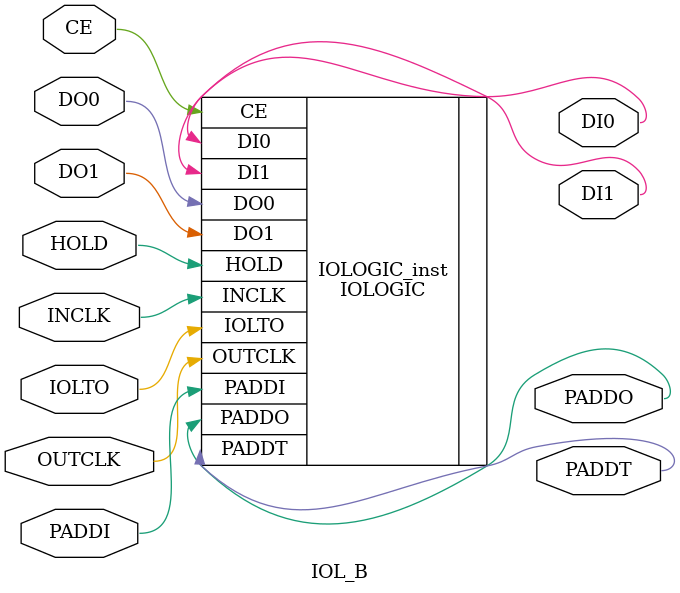
<source format=v>
`timescale 1ns/1ns
module IOL_B (PADDI, DO1, DO0, CE, IOLTO, HOLD, INCLK, OUTCLK, PADDO, PADDT, DI1, DI0);

	//Port Type List [Expanded Bus/Bit]
	input PADDI;
	input DO1;
	input DO0;
	input CE;
	input IOLTO;
	input HOLD;
	input INCLK;
	input OUTCLK;
	output PADDO;
	output PADDT;
	output DI1;
	output DI0;



	//IP Ports Tied Off for Simulation
	//Attribute List
	parameter LATCHIN = "NONE_REG";
	parameter DDROUT = "NO";
	`include "convertDeviceString.v"

	IOLOGIC IOLOGIC_inst(.PADDI(PADDI), .DO1(DO1), .DO0(DO0), .CE(CE), .IOLTO(IOLTO), .HOLD(HOLD), .INCLK(INCLK), .OUTCLK(OUTCLK), .PADDO(PADDO), .PADDT(PADDT), .DI1(DI1), .DI0(DI0));
	defparam IOLOGIC_inst.LATCHIN = LATCHIN;
	defparam IOLOGIC_inst.DDROUT = DDROUT;


endmodule

</source>
